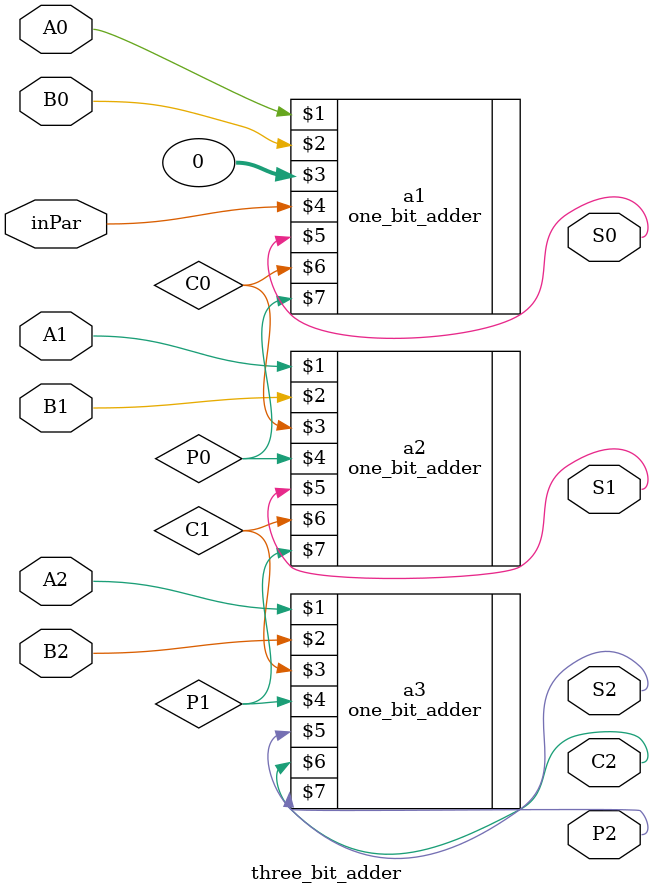
<source format=v>
`include "onebitadderUpdate.v"

module three_bit_adder(A0,A1,A2,B0,B1,B2,inPar,S0,S1,S2,C2,P2);

//input operands to be added. inPar is the alu input parity used for parity prediction
input A0,A1,A2,B0,B1,B2,inPar;

//s's correspond to sum bits 
output S0,S1,S2,C2,P2;


//c's refer to carry bits, S's refer to sum bits, P's refer to output parity bits for parity prediction
wire C0,C1,C2,S0,S1,S2;
wire P0,P1,P2;

one_bit_adder a1(A0,B0,0,inPar,S0,C0,P0);
one_bit_adder a2(A1,B1,C0,P0,S1,C1,P1);
one_bit_adder a3(A2,B2,C1,P1,S2,C2,P2);

endmodule
</source>
